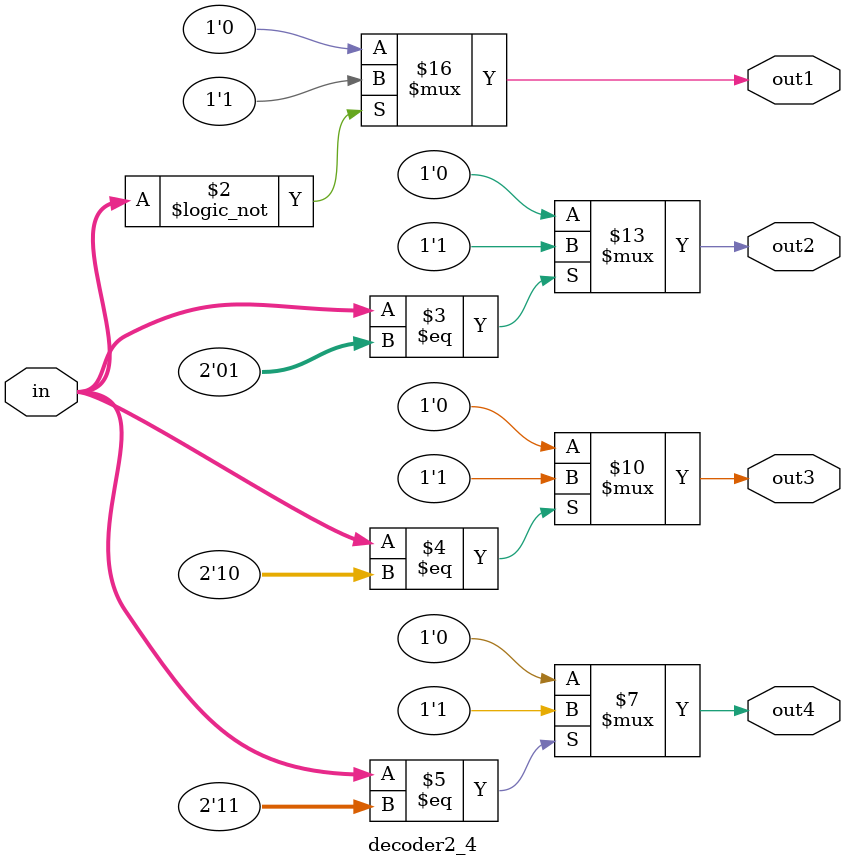
<source format=v>
module decoder2_4(
    in,
    out1,
    out2,
    out3,
    out4
);

input [1:0] in;

output reg out1;
output reg out2;
output reg out3;
output reg out4;


always @(*) begin
    if(in == 2'b00)
        out1 = 1'b1;
    else
        out1 = 1'b0;
    if(in == 2'b01)
        out2 = 1'b1;
    else
        out2 = 1'b0;
    if(in == 2'b10)
        out3 = 1'b1;
    else
        out3 = 1'b0;
    if(in == 2'b11)
        out4 = 1'b1;
    else
        out4 = 1'b0;
end       

endmodule
</source>
